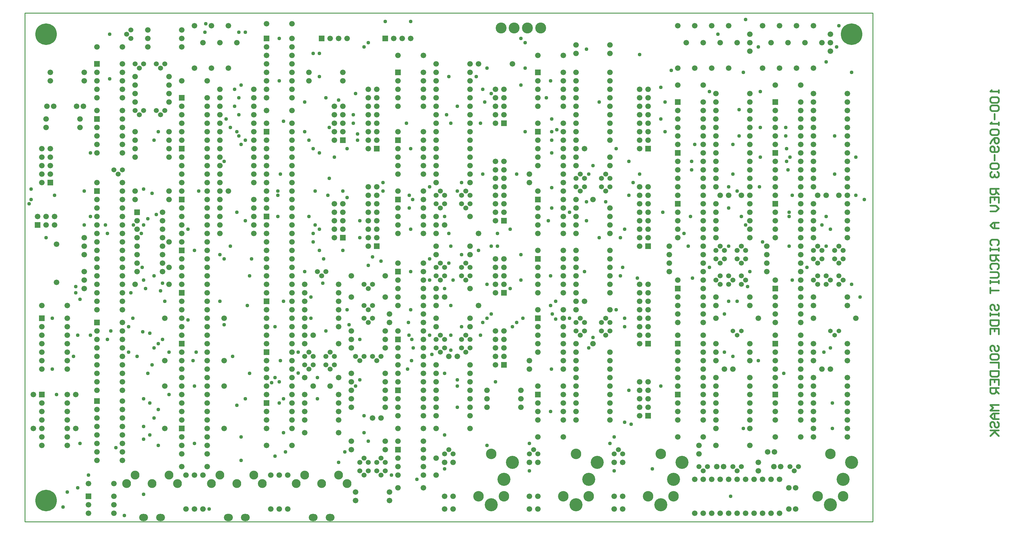
<source format=gbs>
%FSLAX25Y25*%
%MOIN*%
G70*
G01*
G75*
G04 Layer_Color=16711935*
%ADD10R,0.53000X0.43500*%
%ADD11C,0.05000*%
%ADD12C,0.01200*%
%ADD13C,0.02500*%
%ADD14C,0.03000*%
%ADD15C,0.04000*%
%ADD16C,0.04500*%
%ADD17C,0.02000*%
%ADD18C,0.01000*%
%ADD19C,0.25000*%
%ADD20C,0.06200*%
%ADD21R,0.06200X0.06200*%
%ADD22R,0.06200X0.06200*%
%ADD23O,0.10000X0.08000*%
%ADD24C,0.10000*%
%ADD25C,0.05500*%
%ADD26C,0.15000*%
%ADD27C,0.12000*%
%ADD28C,0.12500*%
%ADD29C,0.05000*%
%ADD30C,0.04000*%
%ADD31C,0.00800*%
%ADD32C,0.01500*%
%ADD33R,0.53400X0.43900*%
%ADD34C,0.25400*%
%ADD35C,0.06600*%
%ADD36R,0.06600X0.06600*%
%ADD37R,0.06600X0.06600*%
%ADD38O,0.10400X0.08400*%
%ADD39C,0.10400*%
%ADD40O,0.10600X0.08600*%
%ADD41C,0.05900*%
%ADD42C,0.15400*%
%ADD43C,0.12400*%
%ADD44C,0.12900*%
%ADD45C,0.05400*%
%ADD46C,0.04400*%
D17*
X1147100Y509300D02*
Y505968D01*
Y507634D01*
X1137103D01*
X1138769Y509300D01*
Y500969D02*
X1137103Y499303D01*
Y495971D01*
X1138769Y494305D01*
X1145434D01*
X1147100Y495971D01*
Y499303D01*
X1145434Y500969D01*
X1138769D01*
Y490973D02*
X1137103Y489306D01*
Y485974D01*
X1138769Y484308D01*
X1145434D01*
X1147100Y485974D01*
Y489306D01*
X1145434Y490973D01*
X1138769D01*
X1142102Y480976D02*
Y474311D01*
X1147100Y470979D02*
Y467647D01*
Y469313D01*
X1137103D01*
X1138769Y470979D01*
Y462648D02*
X1137103Y460982D01*
Y457650D01*
X1138769Y455984D01*
X1145434D01*
X1147100Y457650D01*
Y460982D01*
X1145434Y462648D01*
X1138769D01*
X1137103Y445987D02*
X1138769Y449319D01*
X1142102Y452652D01*
X1145434D01*
X1147100Y450985D01*
Y447653D01*
X1145434Y445987D01*
X1143768D01*
X1142102Y447653D01*
Y452652D01*
X1145434Y442655D02*
X1147100Y440989D01*
Y437656D01*
X1145434Y435990D01*
X1138769D01*
X1137103Y437656D01*
Y440989D01*
X1138769Y442655D01*
X1140436D01*
X1142102Y440989D01*
Y435990D01*
Y432658D02*
Y425994D01*
X1138769Y422661D02*
X1137103Y420995D01*
Y417663D01*
X1138769Y415997D01*
X1145434D01*
X1147100Y417663D01*
Y420995D01*
X1145434Y422661D01*
X1138769D01*
Y412665D02*
X1137103Y410998D01*
Y407666D01*
X1138769Y406000D01*
X1140436D01*
X1142102Y407666D01*
Y409332D01*
Y407666D01*
X1143768Y406000D01*
X1145434D01*
X1147100Y407666D01*
Y410998D01*
X1145434Y412665D01*
X1147100Y392671D02*
X1137103D01*
Y387673D01*
X1138769Y386006D01*
X1142102D01*
X1143768Y387673D01*
Y392671D01*
Y389339D02*
X1147100Y386006D01*
X1137103Y376010D02*
Y382674D01*
X1147100D01*
Y376010D01*
X1142102Y382674D02*
Y379342D01*
X1137103Y372677D02*
X1143768D01*
X1147100Y369345D01*
X1143768Y366013D01*
X1137103D01*
X1147100Y352684D02*
X1140436D01*
X1137103Y349352D01*
X1140436Y346019D01*
X1147100D01*
X1142102D01*
Y352684D01*
X1138769Y326026D02*
X1137103Y327692D01*
Y331024D01*
X1138769Y332690D01*
X1145434D01*
X1147100Y331024D01*
Y327692D01*
X1145434Y326026D01*
X1137103Y322694D02*
Y319361D01*
Y321027D01*
X1147100D01*
Y322694D01*
Y319361D01*
Y314363D02*
X1137103D01*
Y309365D01*
X1138769Y307698D01*
X1142102D01*
X1143768Y309365D01*
Y314363D01*
Y311031D02*
X1147100Y307698D01*
X1138769Y297702D02*
X1137103Y299368D01*
Y302700D01*
X1138769Y304366D01*
X1145434D01*
X1147100Y302700D01*
Y299368D01*
X1145434Y297702D01*
X1137103Y294370D02*
X1145434D01*
X1147100Y292703D01*
Y289371D01*
X1145434Y287705D01*
X1137103D01*
Y284373D02*
Y281040D01*
Y282707D01*
X1147100D01*
Y284373D01*
Y281040D01*
X1137103Y276042D02*
Y269377D01*
Y272710D01*
X1147100D01*
X1138769Y249384D02*
X1137103Y251050D01*
Y254382D01*
X1138769Y256048D01*
X1140436D01*
X1142102Y254382D01*
Y251050D01*
X1143768Y249384D01*
X1145434D01*
X1147100Y251050D01*
Y254382D01*
X1145434Y256048D01*
X1137103Y246052D02*
Y242720D01*
Y244386D01*
X1147100D01*
Y246052D01*
Y242720D01*
X1137103Y237721D02*
X1147100D01*
Y232723D01*
X1145434Y231057D01*
X1138769D01*
X1137103Y232723D01*
Y237721D01*
Y221060D02*
Y227724D01*
X1147100D01*
Y221060D01*
X1142102Y227724D02*
Y224392D01*
X1138769Y201066D02*
X1137103Y202732D01*
Y206065D01*
X1138769Y207731D01*
X1140436D01*
X1142102Y206065D01*
Y202732D01*
X1143768Y201066D01*
X1145434D01*
X1147100Y202732D01*
Y206065D01*
X1145434Y207731D01*
X1137103Y192736D02*
Y196068D01*
X1138769Y197734D01*
X1145434D01*
X1147100Y196068D01*
Y192736D01*
X1145434Y191069D01*
X1138769D01*
X1137103Y192736D01*
Y187737D02*
X1147100D01*
Y181073D01*
X1137103Y177741D02*
X1147100D01*
Y172742D01*
X1145434Y171076D01*
X1138769D01*
X1137103Y172742D01*
Y177741D01*
Y161079D02*
Y167744D01*
X1147100D01*
Y161079D01*
X1142102Y167744D02*
Y164411D01*
X1147100Y157747D02*
X1137103D01*
Y152749D01*
X1138769Y151082D01*
X1142102D01*
X1143768Y152749D01*
Y157747D01*
Y154415D02*
X1147100Y151082D01*
Y137753D02*
X1137103D01*
X1140436Y134421D01*
X1137103Y131089D01*
X1147100D01*
Y127757D02*
X1140436D01*
X1137103Y124424D01*
X1140436Y121092D01*
X1147100D01*
X1142102D01*
Y127757D01*
X1138769Y111095D02*
X1137103Y112761D01*
Y116094D01*
X1138769Y117760D01*
X1140436D01*
X1142102Y116094D01*
Y112761D01*
X1143768Y111095D01*
X1145434D01*
X1147100Y112761D01*
Y116094D01*
X1145434Y117760D01*
X1137103Y107763D02*
X1147100D01*
X1143768D01*
X1137103Y101099D01*
X1142102Y106097D01*
X1147100Y101099D01*
D18*
X-1500Y0D02*
Y600000D01*
X998500Y0D02*
Y600000D01*
X-1500Y0D02*
X998500D01*
X-1500Y600000D02*
X998500D01*
D34*
X23500Y25000D02*
D03*
Y575000D02*
D03*
X973500D02*
D03*
D35*
X378500Y570000D02*
D03*
X368500D02*
D03*
X358500D02*
D03*
X73500Y20000D02*
D03*
X103500Y30000D02*
D03*
Y20000D02*
D03*
Y10000D02*
D03*
X73500D02*
D03*
X103500Y45000D02*
D03*
X73500D02*
D03*
X113500Y142500D02*
D03*
Y132500D02*
D03*
Y122500D02*
D03*
Y112500D02*
D03*
Y102500D02*
D03*
Y92500D02*
D03*
Y82500D02*
D03*
Y72500D02*
D03*
X83500D02*
D03*
Y82500D02*
D03*
Y92500D02*
D03*
Y102500D02*
D03*
Y112500D02*
D03*
Y122500D02*
D03*
Y132500D02*
D03*
X58500Y110000D02*
D03*
Y150000D02*
D03*
X8500D02*
D03*
Y110000D02*
D03*
X18500Y130000D02*
D03*
X48500Y150000D02*
D03*
Y140000D02*
D03*
Y130000D02*
D03*
Y120000D02*
D03*
Y110000D02*
D03*
Y100000D02*
D03*
Y90000D02*
D03*
X18500D02*
D03*
Y100000D02*
D03*
Y110000D02*
D03*
Y120000D02*
D03*
Y140000D02*
D03*
X33500Y360000D02*
D03*
X23500D02*
D03*
X13500D02*
D03*
X23500Y350000D02*
D03*
X33500D02*
D03*
X48500Y255000D02*
D03*
X18500D02*
D03*
X113500Y235000D02*
D03*
Y225000D02*
D03*
Y215000D02*
D03*
Y205000D02*
D03*
Y195000D02*
D03*
Y185000D02*
D03*
Y175000D02*
D03*
Y165000D02*
D03*
X83500D02*
D03*
Y175000D02*
D03*
Y185000D02*
D03*
Y195000D02*
D03*
Y205000D02*
D03*
Y215000D02*
D03*
Y225000D02*
D03*
X18500Y220000D02*
D03*
X48500Y240000D02*
D03*
Y230000D02*
D03*
Y220000D02*
D03*
Y210000D02*
D03*
Y200000D02*
D03*
Y190000D02*
D03*
Y180000D02*
D03*
X18500D02*
D03*
Y190000D02*
D03*
Y200000D02*
D03*
Y210000D02*
D03*
Y230000D02*
D03*
X68500Y285000D02*
D03*
Y275000D02*
D03*
Y325000D02*
D03*
Y335000D02*
D03*
X36000Y327500D02*
D03*
Y282500D02*
D03*
X68500Y315000D02*
D03*
Y295000D02*
D03*
X59563Y490000D02*
D03*
X67437D02*
D03*
X113500Y260000D02*
D03*
Y270000D02*
D03*
Y280000D02*
D03*
Y290000D02*
D03*
Y300000D02*
D03*
Y310000D02*
D03*
Y320000D02*
D03*
Y330000D02*
D03*
Y340000D02*
D03*
Y350000D02*
D03*
Y360000D02*
D03*
Y370000D02*
D03*
Y380000D02*
D03*
Y390000D02*
D03*
X83500Y260000D02*
D03*
Y270000D02*
D03*
Y280000D02*
D03*
Y290000D02*
D03*
Y300000D02*
D03*
Y310000D02*
D03*
Y320000D02*
D03*
Y330000D02*
D03*
Y340000D02*
D03*
Y350000D02*
D03*
Y360000D02*
D03*
Y370000D02*
D03*
Y380000D02*
D03*
Y500000D02*
D03*
X113500D02*
D03*
X83500Y465000D02*
D03*
X113500Y475000D02*
D03*
Y465000D02*
D03*
Y455000D02*
D03*
Y445000D02*
D03*
X83500D02*
D03*
Y455000D02*
D03*
Y435000D02*
D03*
X113500D02*
D03*
X63500Y475000D02*
D03*
X23500D02*
D03*
X63500Y465000D02*
D03*
X23500D02*
D03*
X28500Y520000D02*
D03*
X68500D02*
D03*
X18500Y400000D02*
D03*
X28500Y410000D02*
D03*
X18500D02*
D03*
X28500Y420000D02*
D03*
X18500D02*
D03*
X28500Y430000D02*
D03*
X18500D02*
D03*
X28500Y440000D02*
D03*
X18500D02*
D03*
X32437Y490000D02*
D03*
X24563D02*
D03*
X83500Y530000D02*
D03*
X113500Y540000D02*
D03*
Y530000D02*
D03*
Y520000D02*
D03*
Y510000D02*
D03*
X83500D02*
D03*
Y520000D02*
D03*
X28500Y530000D02*
D03*
X68500D02*
D03*
X208500Y15000D02*
D03*
Y55000D02*
D03*
X188500D02*
D03*
Y15000D02*
D03*
X198500D02*
D03*
Y55000D02*
D03*
X163500Y110000D02*
D03*
Y160000D02*
D03*
X113500Y155000D02*
D03*
X83500D02*
D03*
X213500Y210000D02*
D03*
Y200000D02*
D03*
Y190000D02*
D03*
Y180000D02*
D03*
Y170000D02*
D03*
Y160000D02*
D03*
Y150000D02*
D03*
Y140000D02*
D03*
X183500D02*
D03*
Y150000D02*
D03*
Y160000D02*
D03*
Y170000D02*
D03*
Y180000D02*
D03*
Y190000D02*
D03*
Y200000D02*
D03*
Y130000D02*
D03*
X213500D02*
D03*
Y120000D02*
D03*
X183500D02*
D03*
Y100000D02*
D03*
X213500Y110000D02*
D03*
Y100000D02*
D03*
Y90000D02*
D03*
Y80000D02*
D03*
X183500D02*
D03*
Y90000D02*
D03*
Y65000D02*
D03*
X213500D02*
D03*
X233500Y110000D02*
D03*
Y160000D02*
D03*
X163500Y240000D02*
D03*
Y190000D02*
D03*
X233500Y240000D02*
D03*
Y190000D02*
D03*
X161000Y365000D02*
D03*
Y355000D02*
D03*
Y345000D02*
D03*
Y335000D02*
D03*
Y325000D02*
D03*
Y315000D02*
D03*
Y305000D02*
D03*
Y295000D02*
D03*
X131000D02*
D03*
Y305000D02*
D03*
Y315000D02*
D03*
Y325000D02*
D03*
Y335000D02*
D03*
Y345000D02*
D03*
Y355000D02*
D03*
X168500Y280000D02*
D03*
X128500D02*
D03*
X183500Y340000D02*
D03*
X213500D02*
D03*
X183500Y330000D02*
D03*
X213500D02*
D03*
X183500Y310000D02*
D03*
X213500Y320000D02*
D03*
Y310000D02*
D03*
Y300000D02*
D03*
Y290000D02*
D03*
X183500D02*
D03*
Y300000D02*
D03*
X228500Y350000D02*
D03*
X268500D02*
D03*
X228500Y360000D02*
D03*
X268500D02*
D03*
X183500Y260000D02*
D03*
X213500Y270000D02*
D03*
Y260000D02*
D03*
Y250000D02*
D03*
Y240000D02*
D03*
X183500D02*
D03*
Y250000D02*
D03*
Y230000D02*
D03*
X213500D02*
D03*
Y280000D02*
D03*
X183500D02*
D03*
X213500Y220000D02*
D03*
X183500D02*
D03*
X113500Y250000D02*
D03*
X83500D02*
D03*
X168500Y390000D02*
D03*
X128500D02*
D03*
Y430000D02*
D03*
X168500D02*
D03*
Y440000D02*
D03*
X128500D02*
D03*
X168500Y450000D02*
D03*
X128500D02*
D03*
Y460000D02*
D03*
X168500D02*
D03*
Y495000D02*
D03*
X128500D02*
D03*
Y505000D02*
D03*
X168500D02*
D03*
Y515000D02*
D03*
X128500D02*
D03*
X213500Y520000D02*
D03*
X183500D02*
D03*
Y490000D02*
D03*
X213500Y500000D02*
D03*
Y490000D02*
D03*
Y480000D02*
D03*
Y470000D02*
D03*
X183500D02*
D03*
Y480000D02*
D03*
Y460000D02*
D03*
X213500D02*
D03*
Y450000D02*
D03*
X183500D02*
D03*
Y430000D02*
D03*
X213500Y440000D02*
D03*
Y430000D02*
D03*
Y420000D02*
D03*
Y410000D02*
D03*
X183500D02*
D03*
Y420000D02*
D03*
Y400000D02*
D03*
X213500D02*
D03*
X228500Y430000D02*
D03*
X268500D02*
D03*
X228500Y400000D02*
D03*
X268500D02*
D03*
X228500Y480000D02*
D03*
X268500D02*
D03*
X183500Y370000D02*
D03*
X213500Y380000D02*
D03*
Y370000D02*
D03*
Y360000D02*
D03*
Y350000D02*
D03*
X183500D02*
D03*
Y360000D02*
D03*
X228500Y390000D02*
D03*
X238500D02*
D03*
X113500Y485000D02*
D03*
X83500D02*
D03*
X113500Y400000D02*
D03*
X83500D02*
D03*
X128500Y380000D02*
D03*
X168500D02*
D03*
X213500Y390000D02*
D03*
X183500D02*
D03*
X128500Y525000D02*
D03*
X168500D02*
D03*
X143500Y580000D02*
D03*
X183500D02*
D03*
X143500Y570000D02*
D03*
X183500D02*
D03*
X143500Y560000D02*
D03*
X183500D02*
D03*
X248500Y565000D02*
D03*
X238500Y535000D02*
D03*
Y585000D02*
D03*
X228500Y565000D02*
D03*
X218500Y535000D02*
D03*
Y585000D02*
D03*
X208500Y565000D02*
D03*
X198500Y535000D02*
D03*
Y585000D02*
D03*
X113500Y560000D02*
D03*
X83500D02*
D03*
X388500Y35000D02*
D03*
X428500D02*
D03*
X388500Y25000D02*
D03*
X428500D02*
D03*
X288500Y55000D02*
D03*
Y15000D02*
D03*
X308500D02*
D03*
Y55000D02*
D03*
X298500D02*
D03*
Y15000D02*
D03*
X328500Y105000D02*
D03*
X368500D02*
D03*
Y120000D02*
D03*
X328500D02*
D03*
X383500Y95000D02*
D03*
X423500D02*
D03*
X383500Y165000D02*
D03*
X423500D02*
D03*
X383500Y135000D02*
D03*
X423500D02*
D03*
X383500Y145000D02*
D03*
X423500D02*
D03*
X283500Y150000D02*
D03*
X313500D02*
D03*
Y90000D02*
D03*
X283500D02*
D03*
X313500Y160000D02*
D03*
X283500D02*
D03*
Y130000D02*
D03*
X313500Y140000D02*
D03*
Y130000D02*
D03*
Y120000D02*
D03*
Y110000D02*
D03*
X283500D02*
D03*
Y120000D02*
D03*
Y190000D02*
D03*
X313500Y200000D02*
D03*
Y190000D02*
D03*
Y180000D02*
D03*
Y170000D02*
D03*
X283500D02*
D03*
Y180000D02*
D03*
X368500Y150000D02*
D03*
X328500D02*
D03*
X338500Y160000D02*
D03*
X358500D02*
D03*
X328500Y170000D02*
D03*
X368500D02*
D03*
X328500Y210000D02*
D03*
X368500D02*
D03*
X383500Y205000D02*
D03*
X423500D02*
D03*
X368500Y140000D02*
D03*
X328500D02*
D03*
Y130000D02*
D03*
X368500D02*
D03*
X408500Y122500D02*
D03*
X418500D02*
D03*
X283500Y210000D02*
D03*
X313500D02*
D03*
X328500Y270000D02*
D03*
X368500D02*
D03*
Y260000D02*
D03*
X328500D02*
D03*
Y250000D02*
D03*
X368500D02*
D03*
Y240000D02*
D03*
X328500D02*
D03*
Y230000D02*
D03*
X368500D02*
D03*
X283500Y270000D02*
D03*
X313500D02*
D03*
Y220000D02*
D03*
X283500D02*
D03*
Y250000D02*
D03*
X313500Y260000D02*
D03*
Y250000D02*
D03*
Y240000D02*
D03*
Y230000D02*
D03*
X283500D02*
D03*
Y240000D02*
D03*
Y280000D02*
D03*
X313500D02*
D03*
Y360000D02*
D03*
Y350000D02*
D03*
Y340000D02*
D03*
Y330000D02*
D03*
Y320000D02*
D03*
Y310000D02*
D03*
Y300000D02*
D03*
Y290000D02*
D03*
X283500D02*
D03*
Y300000D02*
D03*
Y310000D02*
D03*
Y320000D02*
D03*
Y330000D02*
D03*
Y340000D02*
D03*
Y350000D02*
D03*
X363500Y335000D02*
D03*
X373500Y345000D02*
D03*
X363500D02*
D03*
X373500Y355000D02*
D03*
X363500D02*
D03*
X373500Y365000D02*
D03*
X363500D02*
D03*
X373500Y375000D02*
D03*
X363500D02*
D03*
X403500Y325000D02*
D03*
X413500Y335000D02*
D03*
X403500D02*
D03*
X413500Y345000D02*
D03*
X403500D02*
D03*
X413500Y355000D02*
D03*
X403500D02*
D03*
X413500Y365000D02*
D03*
X403500D02*
D03*
X413500Y375000D02*
D03*
X403500D02*
D03*
X413500Y385000D02*
D03*
X403500D02*
D03*
X413500Y395000D02*
D03*
X403500D02*
D03*
X338500Y220000D02*
D03*
X328500D02*
D03*
X383500Y290000D02*
D03*
X423500D02*
D03*
X383500Y265000D02*
D03*
X423500D02*
D03*
X383500Y225000D02*
D03*
X423500D02*
D03*
X328500Y280000D02*
D03*
X368500D02*
D03*
X383500Y215000D02*
D03*
X423500D02*
D03*
X268500Y340000D02*
D03*
X228500D02*
D03*
X373500Y520000D02*
D03*
X333500D02*
D03*
X313500Y370000D02*
D03*
X283500D02*
D03*
X313500Y470000D02*
D03*
X283500D02*
D03*
Y380000D02*
D03*
X313500D02*
D03*
Y460000D02*
D03*
Y450000D02*
D03*
Y440000D02*
D03*
Y430000D02*
D03*
Y420000D02*
D03*
Y410000D02*
D03*
Y400000D02*
D03*
Y390000D02*
D03*
X283500D02*
D03*
Y400000D02*
D03*
Y410000D02*
D03*
Y420000D02*
D03*
Y430000D02*
D03*
Y440000D02*
D03*
Y450000D02*
D03*
X363500D02*
D03*
X373500Y460000D02*
D03*
X363500D02*
D03*
X373500Y470000D02*
D03*
X363500D02*
D03*
X373500Y480000D02*
D03*
X363500D02*
D03*
X373500Y490000D02*
D03*
X363500D02*
D03*
X403500Y440000D02*
D03*
X413500Y450000D02*
D03*
X403500D02*
D03*
X413500Y460000D02*
D03*
X403500D02*
D03*
X413500Y470000D02*
D03*
X403500D02*
D03*
X413500Y480000D02*
D03*
X403500D02*
D03*
X413500Y490000D02*
D03*
X403500D02*
D03*
X413500Y500000D02*
D03*
X403500D02*
D03*
X413500Y510000D02*
D03*
X403500D02*
D03*
X283500Y485000D02*
D03*
X313500D02*
D03*
X268500Y440000D02*
D03*
X228500D02*
D03*
X268500Y450000D02*
D03*
X228500D02*
D03*
X268500Y410000D02*
D03*
X228500D02*
D03*
X268500Y420000D02*
D03*
X228500D02*
D03*
X268500Y500000D02*
D03*
X228500D02*
D03*
X268500Y510000D02*
D03*
X228500D02*
D03*
X268500Y490000D02*
D03*
X228500D02*
D03*
X268500Y470000D02*
D03*
X228500D02*
D03*
X268500Y460000D02*
D03*
X228500D02*
D03*
X268500Y370000D02*
D03*
X228500D02*
D03*
X268500Y380000D02*
D03*
X228500D02*
D03*
X313500Y587500D02*
D03*
X283500D02*
D03*
X373500Y530000D02*
D03*
X333500D02*
D03*
X313500Y570000D02*
D03*
Y560000D02*
D03*
Y550000D02*
D03*
Y540000D02*
D03*
Y530000D02*
D03*
Y520000D02*
D03*
Y510000D02*
D03*
Y500000D02*
D03*
X283500D02*
D03*
Y510000D02*
D03*
Y520000D02*
D03*
Y530000D02*
D03*
Y540000D02*
D03*
Y550000D02*
D03*
Y560000D02*
D03*
X468500Y40000D02*
D03*
X438500D02*
D03*
X493500Y15000D02*
D03*
X503500D02*
D03*
X493500Y30000D02*
D03*
Y70000D02*
D03*
X483500Y175000D02*
D03*
X523500D02*
D03*
Y185000D02*
D03*
X483500D02*
D03*
X508500Y195000D02*
D03*
X498500D02*
D03*
X483500Y110000D02*
D03*
X523500D02*
D03*
X543500Y135000D02*
D03*
X583500D02*
D03*
X543500Y145000D02*
D03*
X583500D02*
D03*
X423500Y85000D02*
D03*
X383500D02*
D03*
X423500Y175000D02*
D03*
X383500D02*
D03*
X423500Y155000D02*
D03*
X383500D02*
D03*
X523500D02*
D03*
X483500D02*
D03*
Y145000D02*
D03*
X523500D02*
D03*
Y125000D02*
D03*
X483500D02*
D03*
X523500Y135000D02*
D03*
X483500D02*
D03*
X438500Y95000D02*
D03*
X468500D02*
D03*
X438500Y75000D02*
D03*
X468500Y85000D02*
D03*
Y75000D02*
D03*
Y65000D02*
D03*
Y55000D02*
D03*
X438500D02*
D03*
Y65000D02*
D03*
Y145000D02*
D03*
X468500Y155000D02*
D03*
Y145000D02*
D03*
Y135000D02*
D03*
Y125000D02*
D03*
X438500D02*
D03*
Y135000D02*
D03*
X468500Y165000D02*
D03*
X438500D02*
D03*
Y110000D02*
D03*
X468500D02*
D03*
X523500Y165000D02*
D03*
X483500D02*
D03*
X438500Y175000D02*
D03*
X468500D02*
D03*
X553500Y185000D02*
D03*
X563500Y195000D02*
D03*
X553500D02*
D03*
X563500Y205000D02*
D03*
X553500D02*
D03*
X563500Y215000D02*
D03*
X553500D02*
D03*
X563500Y225000D02*
D03*
X553500D02*
D03*
X483500Y75000D02*
D03*
Y55000D02*
D03*
X503500Y70000D02*
D03*
Y30000D02*
D03*
X543500Y155000D02*
D03*
X583500D02*
D03*
X468500Y245000D02*
D03*
X428500D02*
D03*
X468500Y235000D02*
D03*
X428500D02*
D03*
X468500Y225000D02*
D03*
X438500D02*
D03*
X483500Y230000D02*
D03*
X523500D02*
D03*
X483500Y340000D02*
D03*
X533500D02*
D03*
X523500Y240000D02*
D03*
X483500D02*
D03*
Y275000D02*
D03*
X523500D02*
D03*
X483500Y315000D02*
D03*
X523500D02*
D03*
X468500Y305000D02*
D03*
X438500D02*
D03*
Y285000D02*
D03*
X468500Y295000D02*
D03*
Y285000D02*
D03*
Y275000D02*
D03*
Y265000D02*
D03*
X438500D02*
D03*
Y275000D02*
D03*
Y255000D02*
D03*
X468500D02*
D03*
X523500Y325000D02*
D03*
X483500D02*
D03*
Y350000D02*
D03*
X493500D02*
D03*
X483500Y360000D02*
D03*
X523500D02*
D03*
X438500Y205000D02*
D03*
X468500Y215000D02*
D03*
Y205000D02*
D03*
Y195000D02*
D03*
Y185000D02*
D03*
X438500D02*
D03*
Y195000D02*
D03*
X553500Y270000D02*
D03*
X563500Y280000D02*
D03*
X553500D02*
D03*
X563500Y290000D02*
D03*
X553500D02*
D03*
X563500Y300000D02*
D03*
X553500D02*
D03*
X563500Y310000D02*
D03*
X553500D02*
D03*
X438500Y340000D02*
D03*
X468500D02*
D03*
X553500Y355000D02*
D03*
X563500Y365000D02*
D03*
X553500D02*
D03*
X563500Y375000D02*
D03*
X553500D02*
D03*
X563500Y385000D02*
D03*
X553500D02*
D03*
X563500Y395000D02*
D03*
X553500D02*
D03*
X563500Y405000D02*
D03*
X553500D02*
D03*
X563500Y415000D02*
D03*
X553500D02*
D03*
X563500Y425000D02*
D03*
X553500D02*
D03*
X483500Y255000D02*
D03*
X533500D02*
D03*
X493500Y265000D02*
D03*
X483500D02*
D03*
Y490000D02*
D03*
X523500D02*
D03*
Y500000D02*
D03*
X483500D02*
D03*
Y400000D02*
D03*
X523500D02*
D03*
X468500Y390000D02*
D03*
X438500D02*
D03*
Y370000D02*
D03*
X468500Y380000D02*
D03*
Y370000D02*
D03*
Y360000D02*
D03*
Y350000D02*
D03*
X438500D02*
D03*
Y360000D02*
D03*
X523500Y480000D02*
D03*
X483500D02*
D03*
X523500Y470000D02*
D03*
X483500D02*
D03*
X523500Y460000D02*
D03*
X483500D02*
D03*
X523500Y450000D02*
D03*
X483500D02*
D03*
Y410000D02*
D03*
X523500D02*
D03*
X483500Y420000D02*
D03*
X523500D02*
D03*
Y440000D02*
D03*
X483500D02*
D03*
X523500Y430000D02*
D03*
X483500D02*
D03*
X468500Y460000D02*
D03*
X438500D02*
D03*
Y440000D02*
D03*
X468500Y450000D02*
D03*
Y440000D02*
D03*
Y430000D02*
D03*
Y420000D02*
D03*
X438500D02*
D03*
Y430000D02*
D03*
Y410000D02*
D03*
X468500D02*
D03*
X553500Y470000D02*
D03*
X563500Y480000D02*
D03*
X553500D02*
D03*
X563500Y490000D02*
D03*
X553500D02*
D03*
X563500Y500000D02*
D03*
X553500D02*
D03*
X563500Y510000D02*
D03*
X553500D02*
D03*
X438500Y490000D02*
D03*
X468500D02*
D03*
X523500Y520000D02*
D03*
X483500D02*
D03*
X523500Y510000D02*
D03*
X483500D02*
D03*
X453500Y570000D02*
D03*
X443500D02*
D03*
X433500D02*
D03*
X438500Y520000D02*
D03*
X468500Y530000D02*
D03*
Y520000D02*
D03*
Y510000D02*
D03*
Y500000D02*
D03*
X438500D02*
D03*
Y510000D02*
D03*
X468500Y550000D02*
D03*
X438500D02*
D03*
X523500Y530000D02*
D03*
X483500D02*
D03*
X523500Y540000D02*
D03*
X483500D02*
D03*
X593500Y15000D02*
D03*
X603500D02*
D03*
X593500Y30000D02*
D03*
Y70000D02*
D03*
X693500Y30000D02*
D03*
Y70000D02*
D03*
Y15000D02*
D03*
X703500D02*
D03*
X648500Y160000D02*
D03*
X688500D02*
D03*
X593500Y180000D02*
D03*
X633500D02*
D03*
Y190000D02*
D03*
X593500D02*
D03*
X688500D02*
D03*
X648500D02*
D03*
X688500Y180000D02*
D03*
X648500D02*
D03*
X688500Y150000D02*
D03*
X648500D02*
D03*
X603500Y140000D02*
D03*
X633500Y150000D02*
D03*
Y140000D02*
D03*
Y130000D02*
D03*
Y120000D02*
D03*
X603500D02*
D03*
Y130000D02*
D03*
Y100000D02*
D03*
X633500D02*
D03*
Y160000D02*
D03*
X603500D02*
D03*
X648500Y210000D02*
D03*
X668500D02*
D03*
X688500Y200000D02*
D03*
X648500D02*
D03*
X603500D02*
D03*
X633500D02*
D03*
X603500Y70000D02*
D03*
Y30000D02*
D03*
X703500Y70000D02*
D03*
Y30000D02*
D03*
X688500Y120000D02*
D03*
X648500D02*
D03*
X688500Y130000D02*
D03*
X648500D02*
D03*
X688500Y140000D02*
D03*
X648500D02*
D03*
Y170000D02*
D03*
X688500D02*
D03*
X603500Y300000D02*
D03*
X633500Y310000D02*
D03*
Y300000D02*
D03*
Y290000D02*
D03*
Y280000D02*
D03*
X603500D02*
D03*
Y290000D02*
D03*
X688500Y360000D02*
D03*
X648500D02*
D03*
X688500Y340000D02*
D03*
X648500D02*
D03*
X688500Y350000D02*
D03*
X648500D02*
D03*
X603500Y340000D02*
D03*
X633500D02*
D03*
X648500Y300000D02*
D03*
X688500D02*
D03*
Y290000D02*
D03*
X648500D02*
D03*
X688500Y280000D02*
D03*
X648500D02*
D03*
X688500Y310000D02*
D03*
X648500D02*
D03*
Y270000D02*
D03*
X688500D02*
D03*
X648500Y260000D02*
D03*
X658500D02*
D03*
X648500Y250000D02*
D03*
X688500D02*
D03*
X648500Y320000D02*
D03*
X688500D02*
D03*
X603500Y270000D02*
D03*
X633500D02*
D03*
Y250000D02*
D03*
X603500D02*
D03*
Y230000D02*
D03*
X633500Y240000D02*
D03*
Y230000D02*
D03*
Y220000D02*
D03*
Y210000D02*
D03*
X603500D02*
D03*
Y220000D02*
D03*
X633500Y320000D02*
D03*
X603500D02*
D03*
X688500Y370000D02*
D03*
X648500D02*
D03*
X668500Y380000D02*
D03*
X648500D02*
D03*
Y420000D02*
D03*
X688500D02*
D03*
X648500Y440000D02*
D03*
X658500D02*
D03*
X648500Y430000D02*
D03*
X688500D02*
D03*
Y450000D02*
D03*
X648500D02*
D03*
X688500Y460000D02*
D03*
X648500D02*
D03*
X688500Y470000D02*
D03*
X648500D02*
D03*
X593500Y410000D02*
D03*
X633500D02*
D03*
X603500Y420000D02*
D03*
X633500D02*
D03*
X603500Y450000D02*
D03*
X633500Y460000D02*
D03*
Y450000D02*
D03*
Y440000D02*
D03*
Y430000D02*
D03*
X603500D02*
D03*
Y440000D02*
D03*
X633500Y470000D02*
D03*
X603500D02*
D03*
X593500Y400000D02*
D03*
X633500D02*
D03*
Y390000D02*
D03*
X603500D02*
D03*
Y370000D02*
D03*
X633500Y380000D02*
D03*
Y370000D02*
D03*
Y360000D02*
D03*
Y350000D02*
D03*
X603500D02*
D03*
Y360000D02*
D03*
X688500Y480000D02*
D03*
X648500D02*
D03*
X603500Y490000D02*
D03*
X633500D02*
D03*
X688500Y520000D02*
D03*
X648500D02*
D03*
X688500Y510000D02*
D03*
X648500D02*
D03*
X688500Y500000D02*
D03*
X648500D02*
D03*
X688500Y490000D02*
D03*
X648500D02*
D03*
X573500Y540000D02*
D03*
X533500D02*
D03*
X688500Y552500D02*
D03*
X648500D02*
D03*
X688500Y562500D02*
D03*
X648500D02*
D03*
X633500Y550000D02*
D03*
X603500D02*
D03*
Y520000D02*
D03*
X633500Y530000D02*
D03*
Y520000D02*
D03*
Y510000D02*
D03*
Y500000D02*
D03*
X603500D02*
D03*
Y510000D02*
D03*
X648500Y530000D02*
D03*
X688500D02*
D03*
X838500Y50000D02*
D03*
Y10000D02*
D03*
X858500D02*
D03*
Y50000D02*
D03*
X828500Y10000D02*
D03*
Y50000D02*
D03*
X808500Y10000D02*
D03*
Y50000D02*
D03*
X798500Y10000D02*
D03*
Y50000D02*
D03*
X788500Y10000D02*
D03*
Y50000D02*
D03*
X848500D02*
D03*
Y10000D02*
D03*
X868500Y50000D02*
D03*
Y10000D02*
D03*
X878500Y50000D02*
D03*
Y10000D02*
D03*
X818500Y50000D02*
D03*
Y10000D02*
D03*
X793500Y90000D02*
D03*
Y80000D02*
D03*
X723500Y210000D02*
D03*
X733500Y220000D02*
D03*
X723500D02*
D03*
X733500Y230000D02*
D03*
X723500D02*
D03*
X733500Y240000D02*
D03*
X723500D02*
D03*
X733500Y250000D02*
D03*
X723500D02*
D03*
X733500Y260000D02*
D03*
X723500D02*
D03*
X733500Y270000D02*
D03*
X723500D02*
D03*
X733500Y280000D02*
D03*
X723500D02*
D03*
Y125000D02*
D03*
X733500Y135000D02*
D03*
X723500D02*
D03*
X733500Y145000D02*
D03*
X723500D02*
D03*
X733500Y155000D02*
D03*
X723500D02*
D03*
X733500Y165000D02*
D03*
X723500D02*
D03*
X853500Y210000D02*
D03*
X813500D02*
D03*
X853500Y200000D02*
D03*
X813500D02*
D03*
X853500Y190000D02*
D03*
X813500D02*
D03*
X768500Y100000D02*
D03*
X798500D02*
D03*
X822437Y65000D02*
D03*
X814563D02*
D03*
X768500Y200000D02*
D03*
X798500Y210000D02*
D03*
Y200000D02*
D03*
Y190000D02*
D03*
Y180000D02*
D03*
X768500D02*
D03*
Y190000D02*
D03*
Y170000D02*
D03*
X798500D02*
D03*
Y160000D02*
D03*
X768500D02*
D03*
X853500Y170000D02*
D03*
X813500D02*
D03*
X853500Y160000D02*
D03*
X813500D02*
D03*
Y150000D02*
D03*
X853500D02*
D03*
X813500Y140000D02*
D03*
X853500D02*
D03*
Y130000D02*
D03*
X813500D02*
D03*
X853500Y120000D02*
D03*
X813500D02*
D03*
Y110000D02*
D03*
X853500D02*
D03*
X768500Y140000D02*
D03*
X798500Y150000D02*
D03*
Y140000D02*
D03*
Y130000D02*
D03*
Y120000D02*
D03*
X768500D02*
D03*
Y130000D02*
D03*
X883500Y100000D02*
D03*
X913500D02*
D03*
X883500Y140000D02*
D03*
X913500Y150000D02*
D03*
Y140000D02*
D03*
Y130000D02*
D03*
Y120000D02*
D03*
X883500D02*
D03*
Y130000D02*
D03*
Y170000D02*
D03*
X913500D02*
D03*
X883500Y200000D02*
D03*
X913500Y210000D02*
D03*
Y200000D02*
D03*
Y190000D02*
D03*
Y180000D02*
D03*
X883500D02*
D03*
Y190000D02*
D03*
X863500Y70000D02*
D03*
Y60000D02*
D03*
X823500Y180000D02*
D03*
X833500D02*
D03*
X882437Y82500D02*
D03*
X874563D02*
D03*
X813500Y90000D02*
D03*
X853500D02*
D03*
Y255000D02*
D03*
X813500D02*
D03*
X863500Y240000D02*
D03*
X813500D02*
D03*
X758500Y325000D02*
D03*
X798500D02*
D03*
Y315000D02*
D03*
X758500D02*
D03*
X873500Y325000D02*
D03*
X913500D02*
D03*
X798500Y295000D02*
D03*
X758500D02*
D03*
X798500Y305000D02*
D03*
X758500D02*
D03*
X813500Y335000D02*
D03*
X853500D02*
D03*
X813500Y265000D02*
D03*
X853500D02*
D03*
X798500Y285000D02*
D03*
X768500D02*
D03*
Y265000D02*
D03*
X798500Y275000D02*
D03*
Y265000D02*
D03*
Y255000D02*
D03*
Y245000D02*
D03*
X768500D02*
D03*
Y255000D02*
D03*
Y235000D02*
D03*
X798500D02*
D03*
Y220000D02*
D03*
X768500D02*
D03*
Y335000D02*
D03*
X798500D02*
D03*
X883500Y265000D02*
D03*
X913500Y275000D02*
D03*
Y265000D02*
D03*
Y255000D02*
D03*
Y245000D02*
D03*
X883500D02*
D03*
Y255000D02*
D03*
Y235000D02*
D03*
X913500D02*
D03*
X853500Y365000D02*
D03*
X813500D02*
D03*
X853500Y355000D02*
D03*
X813500D02*
D03*
X853500Y345000D02*
D03*
X813500D02*
D03*
X883500Y335000D02*
D03*
X913500D02*
D03*
X723500Y325000D02*
D03*
X733500Y335000D02*
D03*
X723500D02*
D03*
X733500Y345000D02*
D03*
X723500D02*
D03*
X733500Y355000D02*
D03*
X723500D02*
D03*
X733500Y365000D02*
D03*
X723500D02*
D03*
X733500Y375000D02*
D03*
X723500D02*
D03*
X733500Y385000D02*
D03*
X723500D02*
D03*
X733500Y395000D02*
D03*
X723500D02*
D03*
X883500Y455000D02*
D03*
X913500D02*
D03*
X853500Y395000D02*
D03*
X813500D02*
D03*
X843500Y385000D02*
D03*
X853500D02*
D03*
X813500Y405000D02*
D03*
X853500D02*
D03*
Y415000D02*
D03*
X813500D02*
D03*
Y425000D02*
D03*
X853500D02*
D03*
Y435000D02*
D03*
X813500D02*
D03*
X853500Y445000D02*
D03*
X813500D02*
D03*
X853500Y455000D02*
D03*
X813500D02*
D03*
X853500Y475000D02*
D03*
X813500D02*
D03*
X853500Y485000D02*
D03*
X813500D02*
D03*
X853500Y495000D02*
D03*
X813500D02*
D03*
X853500Y505000D02*
D03*
X813500D02*
D03*
X768500Y365000D02*
D03*
X798500Y375000D02*
D03*
Y365000D02*
D03*
Y355000D02*
D03*
Y345000D02*
D03*
X768500D02*
D03*
Y355000D02*
D03*
X798500Y385000D02*
D03*
X768500D02*
D03*
Y395000D02*
D03*
X798500D02*
D03*
X768500Y425000D02*
D03*
X798500Y435000D02*
D03*
Y425000D02*
D03*
Y415000D02*
D03*
Y405000D02*
D03*
X768500D02*
D03*
Y415000D02*
D03*
X798500Y445000D02*
D03*
X768500D02*
D03*
Y455000D02*
D03*
X798500D02*
D03*
X768500Y485000D02*
D03*
X798500Y495000D02*
D03*
Y485000D02*
D03*
Y475000D02*
D03*
Y465000D02*
D03*
X768500D02*
D03*
Y475000D02*
D03*
X798500Y515000D02*
D03*
X768500D02*
D03*
X853500Y375000D02*
D03*
X813500D02*
D03*
X883500Y485000D02*
D03*
X913500Y495000D02*
D03*
Y485000D02*
D03*
Y475000D02*
D03*
Y465000D02*
D03*
X883500D02*
D03*
Y475000D02*
D03*
Y425000D02*
D03*
X913500Y435000D02*
D03*
Y425000D02*
D03*
Y415000D02*
D03*
Y405000D02*
D03*
X883500D02*
D03*
Y415000D02*
D03*
Y395000D02*
D03*
X913500D02*
D03*
X883500Y365000D02*
D03*
X913500Y375000D02*
D03*
Y365000D02*
D03*
Y355000D02*
D03*
Y345000D02*
D03*
X883500D02*
D03*
Y355000D02*
D03*
X723500Y440000D02*
D03*
X733500Y450000D02*
D03*
X723500D02*
D03*
X733500Y460000D02*
D03*
X723500D02*
D03*
X733500Y470000D02*
D03*
X723500D02*
D03*
X733500Y480000D02*
D03*
X723500D02*
D03*
X733500Y490000D02*
D03*
X723500D02*
D03*
X733500Y500000D02*
D03*
X723500D02*
D03*
X733500Y510000D02*
D03*
X723500D02*
D03*
X853500Y465000D02*
D03*
X813500D02*
D03*
X828500Y385000D02*
D03*
X818500D02*
D03*
X878500Y565000D02*
D03*
X868500Y535000D02*
D03*
Y585000D02*
D03*
X853500Y575000D02*
D03*
Y565000D02*
D03*
Y555000D02*
D03*
X838500Y565000D02*
D03*
X828500Y535000D02*
D03*
Y585000D02*
D03*
X818500Y565000D02*
D03*
X808500Y535000D02*
D03*
Y585000D02*
D03*
X798500Y565000D02*
D03*
X788500Y535000D02*
D03*
Y585000D02*
D03*
X778500Y565000D02*
D03*
X768500Y535000D02*
D03*
Y585000D02*
D03*
X907437Y15000D02*
D03*
X899563D02*
D03*
X907437Y40000D02*
D03*
X899563D02*
D03*
X888500Y10000D02*
D03*
Y50000D02*
D03*
X968500Y210000D02*
D03*
X928500D02*
D03*
X968500Y200000D02*
D03*
X928500D02*
D03*
X968500Y190000D02*
D03*
X928500D02*
D03*
X889937Y65000D02*
D03*
X882063D02*
D03*
X968500Y170000D02*
D03*
X928500D02*
D03*
X968500Y160000D02*
D03*
X928500D02*
D03*
Y150000D02*
D03*
X968500D02*
D03*
X928500Y140000D02*
D03*
X968500D02*
D03*
Y130000D02*
D03*
X928500D02*
D03*
X968500Y120000D02*
D03*
X928500D02*
D03*
Y100000D02*
D03*
X968500D02*
D03*
X913500Y160000D02*
D03*
X883500D02*
D03*
X938500Y180000D02*
D03*
X948500D02*
D03*
X928500Y110000D02*
D03*
X968500D02*
D03*
X978500Y240000D02*
D03*
X928500D02*
D03*
X968500Y255000D02*
D03*
X928500D02*
D03*
X913500Y315000D02*
D03*
X873500D02*
D03*
X913500Y305000D02*
D03*
X873500D02*
D03*
X913500Y295000D02*
D03*
X873500D02*
D03*
X928500Y335000D02*
D03*
X968500D02*
D03*
X928500Y265000D02*
D03*
X968500D02*
D03*
X913500Y285000D02*
D03*
X883500D02*
D03*
X968500Y365000D02*
D03*
X928500D02*
D03*
X968500Y355000D02*
D03*
X928500D02*
D03*
X968500Y345000D02*
D03*
X928500D02*
D03*
X913500Y220000D02*
D03*
X883500D02*
D03*
X913500Y385000D02*
D03*
X883500D02*
D03*
X913500Y445000D02*
D03*
X883500D02*
D03*
X968500Y395000D02*
D03*
X928500D02*
D03*
X968500Y385000D02*
D03*
X958500D02*
D03*
X933500D02*
D03*
X943500D02*
D03*
X968500Y375000D02*
D03*
X928500D02*
D03*
X913500Y515000D02*
D03*
X883500D02*
D03*
X968500Y505000D02*
D03*
X928500D02*
D03*
X968500Y495000D02*
D03*
X928500D02*
D03*
X968500Y485000D02*
D03*
X928500D02*
D03*
X968500Y475000D02*
D03*
X928500D02*
D03*
X968500Y465000D02*
D03*
X928500D02*
D03*
X968500Y455000D02*
D03*
X928500D02*
D03*
X968500Y445000D02*
D03*
X928500D02*
D03*
X968500Y435000D02*
D03*
X928500D02*
D03*
Y425000D02*
D03*
X968500D02*
D03*
Y415000D02*
D03*
X928500D02*
D03*
Y405000D02*
D03*
X968500D02*
D03*
X918500Y565000D02*
D03*
X908500Y535000D02*
D03*
Y585000D02*
D03*
X938500Y565000D02*
D03*
X928500Y535000D02*
D03*
Y585000D02*
D03*
X898500Y565000D02*
D03*
X888500Y535000D02*
D03*
Y585000D02*
D03*
X948500Y575000D02*
D03*
Y565000D02*
D03*
Y555000D02*
D03*
X168500Y300000D02*
D03*
Y330000D02*
D03*
D36*
X348500Y570000D02*
D03*
X73500Y30000D02*
D03*
X83500Y142500D02*
D03*
X18500Y150000D02*
D03*
X83500Y235000D02*
D03*
X18500Y240000D02*
D03*
X83500Y475000D02*
D03*
Y540000D02*
D03*
X183500Y210000D02*
D03*
Y110000D02*
D03*
X131000Y365000D02*
D03*
X183500Y320000D02*
D03*
Y270000D02*
D03*
Y500000D02*
D03*
Y440000D02*
D03*
Y380000D02*
D03*
X283500Y140000D02*
D03*
Y200000D02*
D03*
Y260000D02*
D03*
Y360000D02*
D03*
Y460000D02*
D03*
Y570000D02*
D03*
X438500Y85000D02*
D03*
Y155000D02*
D03*
Y295000D02*
D03*
Y215000D02*
D03*
Y380000D02*
D03*
Y450000D02*
D03*
X423500Y570000D02*
D03*
X438500Y530000D02*
D03*
X603500Y150000D02*
D03*
Y310000D02*
D03*
Y240000D02*
D03*
Y460000D02*
D03*
Y380000D02*
D03*
Y530000D02*
D03*
X768500Y210000D02*
D03*
Y150000D02*
D03*
X883500D02*
D03*
Y210000D02*
D03*
X768500Y275000D02*
D03*
X883500D02*
D03*
X768500Y375000D02*
D03*
Y435000D02*
D03*
Y495000D02*
D03*
X883500D02*
D03*
Y435000D02*
D03*
Y375000D02*
D03*
D37*
X13500Y350000D02*
D03*
X83500Y390000D02*
D03*
X28500Y400000D02*
D03*
X373500Y335000D02*
D03*
X413500Y325000D02*
D03*
X373500Y450000D02*
D03*
X413500Y440000D02*
D03*
X563500Y185000D02*
D03*
Y270000D02*
D03*
Y355000D02*
D03*
Y470000D02*
D03*
X733500Y210000D02*
D03*
Y125000D02*
D03*
Y325000D02*
D03*
Y440000D02*
D03*
D38*
X158500Y5000D02*
D03*
X138500D02*
D03*
X258500D02*
D03*
X358500D02*
D03*
X338500D02*
D03*
D39*
X118500Y45000D02*
D03*
X178500D02*
D03*
X168500Y55000D02*
D03*
X128500D02*
D03*
X148500Y45000D02*
D03*
X218500D02*
D03*
X278500D02*
D03*
X268500Y55000D02*
D03*
X228500D02*
D03*
X248500Y45000D02*
D03*
X318500D02*
D03*
X378500D02*
D03*
X368500Y55000D02*
D03*
X328500D02*
D03*
X348500Y45000D02*
D03*
D40*
X238500Y5000D02*
D03*
D41*
X153500Y485000D02*
D03*
X158500Y480000D02*
D03*
X163500Y485000D02*
D03*
X128500D02*
D03*
X133500Y480000D02*
D03*
X138500Y485000D02*
D03*
X103500Y415000D02*
D03*
X108500Y410000D02*
D03*
X113500Y415000D02*
D03*
X153500Y540000D02*
D03*
X158500Y535000D02*
D03*
X163500Y540000D02*
D03*
X128500D02*
D03*
X133500Y535000D02*
D03*
X138500Y540000D02*
D03*
X123500Y580000D02*
D03*
X118500Y575000D02*
D03*
X123500Y570000D02*
D03*
X393500Y60000D02*
D03*
X398500Y55000D02*
D03*
X403500Y60000D02*
D03*
X363500Y195000D02*
D03*
X358500Y200000D02*
D03*
X353500Y195000D02*
D03*
X338500D02*
D03*
X333500Y200000D02*
D03*
X328500Y195000D02*
D03*
X403500Y70000D02*
D03*
X398500Y75000D02*
D03*
X393500Y70000D02*
D03*
X353500Y185000D02*
D03*
X358500Y180000D02*
D03*
X363500Y185000D02*
D03*
X328500D02*
D03*
X333500Y180000D02*
D03*
X338500Y185000D02*
D03*
X388500Y195000D02*
D03*
X393500Y190000D02*
D03*
X398500Y195000D02*
D03*
X408500D02*
D03*
X413500Y190000D02*
D03*
X418500Y195000D02*
D03*
X398500Y280000D02*
D03*
X403500Y275000D02*
D03*
X408500Y280000D02*
D03*
X398500Y255000D02*
D03*
X403500Y250000D02*
D03*
X408500Y255000D02*
D03*
X398500Y240000D02*
D03*
X403500Y235000D02*
D03*
X408500Y240000D02*
D03*
X343500Y295000D02*
D03*
X348500Y290000D02*
D03*
X353500Y295000D02*
D03*
X413500Y60000D02*
D03*
X418500Y55000D02*
D03*
X423500Y60000D02*
D03*
X513500Y205000D02*
D03*
X518500Y200000D02*
D03*
X523500Y205000D02*
D03*
X483500D02*
D03*
X488500Y200000D02*
D03*
X493500Y205000D02*
D03*
X503500Y80000D02*
D03*
X498500Y85000D02*
D03*
X493500Y80000D02*
D03*
X423500Y70000D02*
D03*
X418500Y75000D02*
D03*
X413500Y70000D02*
D03*
X523500Y215000D02*
D03*
X518500Y220000D02*
D03*
X513500Y215000D02*
D03*
X493500D02*
D03*
X488500Y220000D02*
D03*
X483500Y215000D02*
D03*
X513500Y290000D02*
D03*
X518500Y285000D02*
D03*
X523500Y290000D02*
D03*
Y300000D02*
D03*
X518500Y305000D02*
D03*
X513500Y300000D02*
D03*
X493500D02*
D03*
X488500Y305000D02*
D03*
X483500Y300000D02*
D03*
Y290000D02*
D03*
X488500Y285000D02*
D03*
X493500Y290000D02*
D03*
X523500Y385000D02*
D03*
X518500Y390000D02*
D03*
X513500Y385000D02*
D03*
X493500D02*
D03*
X488500Y390000D02*
D03*
X483500Y385000D02*
D03*
X513500Y375000D02*
D03*
X518500Y370000D02*
D03*
X523500Y375000D02*
D03*
X483500D02*
D03*
X488500Y370000D02*
D03*
X493500Y375000D02*
D03*
X603500Y80000D02*
D03*
X598500Y85000D02*
D03*
X593500Y80000D02*
D03*
X703500D02*
D03*
X698500Y85000D02*
D03*
X693500Y80000D02*
D03*
X688500Y235000D02*
D03*
X683500Y240000D02*
D03*
X678500Y235000D02*
D03*
Y225000D02*
D03*
X683500Y220000D02*
D03*
X688500Y225000D02*
D03*
X648500D02*
D03*
X653500Y220000D02*
D03*
X658500Y225000D02*
D03*
Y235000D02*
D03*
X653500Y240000D02*
D03*
X648500Y235000D02*
D03*
X678500Y395000D02*
D03*
X683500Y390000D02*
D03*
X688500Y395000D02*
D03*
X648500D02*
D03*
X653500Y390000D02*
D03*
X658500Y395000D02*
D03*
X688500Y405000D02*
D03*
X683500Y410000D02*
D03*
X678500Y405000D02*
D03*
X658500D02*
D03*
X653500Y410000D02*
D03*
X648500Y405000D02*
D03*
X793500Y65000D02*
D03*
X798500Y60000D02*
D03*
X803500Y65000D02*
D03*
X833500D02*
D03*
X838500Y60000D02*
D03*
X843500Y65000D02*
D03*
X813500Y310000D02*
D03*
X818500Y305000D02*
D03*
X823500Y310000D02*
D03*
X838500D02*
D03*
X843500Y305000D02*
D03*
X848500Y310000D02*
D03*
X843500Y280000D02*
D03*
X848500Y285000D02*
D03*
X843500Y290000D02*
D03*
X848500Y320000D02*
D03*
X843500Y325000D02*
D03*
X838500Y320000D02*
D03*
X823500D02*
D03*
X818500Y325000D02*
D03*
X813500Y320000D02*
D03*
X818500Y290000D02*
D03*
X813500Y285000D02*
D03*
X818500Y280000D02*
D03*
X828500D02*
D03*
X833500Y285000D02*
D03*
X828500Y290000D02*
D03*
X901000Y65000D02*
D03*
X906000Y60000D02*
D03*
X911000Y65000D02*
D03*
X958500Y280000D02*
D03*
X963500Y285000D02*
D03*
X958500Y290000D02*
D03*
X963500Y320000D02*
D03*
X958500Y325000D02*
D03*
X953500Y320000D02*
D03*
X938500D02*
D03*
X933500Y325000D02*
D03*
X928500Y320000D02*
D03*
Y310000D02*
D03*
X933500Y305000D02*
D03*
X938500Y310000D02*
D03*
X953500D02*
D03*
X958500Y305000D02*
D03*
X963500Y310000D02*
D03*
X933500Y290000D02*
D03*
X928500Y285000D02*
D03*
X933500Y280000D02*
D03*
X943500D02*
D03*
X948500Y285000D02*
D03*
X943500Y290000D02*
D03*
D42*
X548500Y20000D02*
D03*
X573500Y70000D02*
D03*
X563500Y50000D02*
D03*
X648500Y20000D02*
D03*
X673500Y70000D02*
D03*
X663500Y50000D02*
D03*
X748500Y20000D02*
D03*
X773500Y70000D02*
D03*
X763500Y50000D02*
D03*
X948500Y20000D02*
D03*
X973500Y70000D02*
D03*
X963500Y50000D02*
D03*
D43*
X548500Y80000D02*
D03*
X533500Y30000D02*
D03*
X563500D02*
D03*
X648500Y80000D02*
D03*
X633500Y30000D02*
D03*
X663500D02*
D03*
X748500Y80000D02*
D03*
X733500Y30000D02*
D03*
X763500D02*
D03*
X948500Y80000D02*
D03*
X933500Y30000D02*
D03*
X963500D02*
D03*
D44*
X575700Y582500D02*
D03*
X606900D02*
D03*
X560100D02*
D03*
X591300D02*
D03*
D45*
X843500Y225000D02*
D03*
X838500Y220000D02*
D03*
X833500Y225000D02*
D03*
X958500D02*
D03*
X953500Y220000D02*
D03*
X948500Y225000D02*
D03*
D46*
X988500Y380000D02*
D03*
X973500Y280000D02*
D03*
X983500Y265000D02*
D03*
X978500Y430000D02*
D03*
Y385000D02*
D03*
X973500Y530000D02*
D03*
X951000Y110000D02*
D03*
Y140000D02*
D03*
X948500Y205000D02*
D03*
Y345000D02*
D03*
X953500Y410000D02*
D03*
Y455000D02*
D03*
X956000Y560000D02*
D03*
X958500Y585000D02*
D03*
X941000Y200000D02*
D03*
X938500Y350000D02*
D03*
X943500Y360000D02*
D03*
Y325000D02*
D03*
Y542500D02*
D03*
X921000Y300000D02*
D03*
X893500Y175000D02*
D03*
X903500Y285000D02*
D03*
X900000Y365000D02*
D03*
Y325000D02*
D03*
Y360000D02*
D03*
X897000Y440000D02*
D03*
Y425000D02*
D03*
X896000Y455000D02*
D03*
Y465000D02*
D03*
X903500Y385000D02*
D03*
X898500Y415000D02*
D03*
X901000Y430000D02*
D03*
X868500Y330000D02*
D03*
X863500Y190000D02*
D03*
X851000Y277500D02*
D03*
X853500Y295000D02*
D03*
X865000Y395000D02*
D03*
X866000Y465000D02*
D03*
Y507500D02*
D03*
Y430000D02*
D03*
X863500Y560000D02*
D03*
X831000Y30000D02*
D03*
X833500Y195000D02*
D03*
X846000Y110000D02*
D03*
X843500Y360000D02*
D03*
X848500Y350000D02*
D03*
X838500Y260000D02*
D03*
X841000Y486000D02*
D03*
X833500Y445000D02*
D03*
Y410000D02*
D03*
X841000Y455000D02*
D03*
X838500Y390000D02*
D03*
X846000Y530000D02*
D03*
X848500Y592500D02*
D03*
X823500Y200000D02*
D03*
Y245000D02*
D03*
X828500Y260000D02*
D03*
Y325000D02*
D03*
Y370000D02*
D03*
Y395000D02*
D03*
X816000Y575000D02*
D03*
X806000Y300000D02*
D03*
Y507500D02*
D03*
X786000Y287500D02*
D03*
X783500Y360000D02*
D03*
X781000Y325000D02*
D03*
X776000Y340000D02*
D03*
X785000Y425000D02*
D03*
Y415000D02*
D03*
X788500Y445000D02*
D03*
X751000Y365000D02*
D03*
X753500Y460000D02*
D03*
Y495000D02*
D03*
X761000Y532500D02*
D03*
X738500Y62500D02*
D03*
X748500Y160000D02*
D03*
Y512500D02*
D03*
Y475000D02*
D03*
X713500Y115000D02*
D03*
X721000Y287500D02*
D03*
X723500Y410000D02*
D03*
X716000Y400000D02*
D03*
X723500Y551000D02*
D03*
X693500Y100000D02*
D03*
X706000Y117500D02*
D03*
X711000Y155000D02*
D03*
X693500Y60000D02*
D03*
X706000Y345000D02*
D03*
X701000Y335000D02*
D03*
Y290000D02*
D03*
X706000Y230000D02*
D03*
Y240000D02*
D03*
X703500Y300000D02*
D03*
X696000Y250000D02*
D03*
X711000Y385000D02*
D03*
Y425000D02*
D03*
X696000Y440000D02*
D03*
X688500Y92500D02*
D03*
X676000Y335000D02*
D03*
X683500Y377500D02*
D03*
X676000Y495000D02*
D03*
X663500Y205000D02*
D03*
X661000Y355000D02*
D03*
X668500Y217500D02*
D03*
X658500Y295000D02*
D03*
X661000Y377500D02*
D03*
X663500Y410000D02*
D03*
X668500Y420000D02*
D03*
X661000Y557500D02*
D03*
X641000Y240000D02*
D03*
Y365000D02*
D03*
X618500Y130000D02*
D03*
X619500Y180000D02*
D03*
X620500Y245000D02*
D03*
X624500Y239000D02*
D03*
Y260000D02*
D03*
X616000Y355000D02*
D03*
X618500Y290000D02*
D03*
Y255000D02*
D03*
X620000Y394000D02*
D03*
Y370000D02*
D03*
Y475000D02*
D03*
Y460000D02*
D03*
X626000Y462500D02*
D03*
X620000Y450000D02*
D03*
Y435000D02*
D03*
X618500Y520000D02*
D03*
X613500Y500000D02*
D03*
X593500Y92500D02*
D03*
Y60000D02*
D03*
X583500Y285000D02*
D03*
Y315000D02*
D03*
X586000Y240000D02*
D03*
X578500Y235000D02*
D03*
X583500Y515000D02*
D03*
X578500Y410000D02*
D03*
X588500Y460000D02*
D03*
Y565000D02*
D03*
Y535000D02*
D03*
X583500Y570000D02*
D03*
X556000Y325000D02*
D03*
Y340000D02*
D03*
X571000Y275000D02*
D03*
Y345000D02*
D03*
X573500Y230000D02*
D03*
X543500Y90000D02*
D03*
X553500Y165000D02*
D03*
X543500Y280000D02*
D03*
Y240000D02*
D03*
X548500Y325000D02*
D03*
Y245000D02*
D03*
X538500Y235000D02*
D03*
X536000Y220000D02*
D03*
X548500Y505000D02*
D03*
X541000Y495000D02*
D03*
X538500Y510000D02*
D03*
Y410000D02*
D03*
X536000Y470000D02*
D03*
X543500Y535000D02*
D03*
X533500Y320000D02*
D03*
X531000Y525000D02*
D03*
X501000Y202500D02*
D03*
X508500Y160000D02*
D03*
Y135000D02*
D03*
Y167500D02*
D03*
X501000Y220000D02*
D03*
Y325000D02*
D03*
X513500Y315000D02*
D03*
X503500Y285000D02*
D03*
X498500Y305000D02*
D03*
X501000Y255000D02*
D03*
X513500Y230000D02*
D03*
X498500Y340000D02*
D03*
X501000Y470000D02*
D03*
X513500Y400000D02*
D03*
X508500Y490000D02*
D03*
Y390000D02*
D03*
X498500Y525000D02*
D03*
X478500Y197500D02*
D03*
X493500Y102500D02*
D03*
Y62500D02*
D03*
Y175000D02*
D03*
Y275000D02*
D03*
Y360000D02*
D03*
X496000Y480000D02*
D03*
X461000Y50000D02*
D03*
X476000Y310000D02*
D03*
Y285000D02*
D03*
Y220000D02*
D03*
Y395000D02*
D03*
X456500Y205000D02*
D03*
X454500Y190000D02*
D03*
X450000Y180000D02*
D03*
X455000Y215000D02*
D03*
X451500Y220000D02*
D03*
X453500Y295000D02*
D03*
Y250000D02*
D03*
Y345000D02*
D03*
X451000Y235000D02*
D03*
X453500Y440000D02*
D03*
X452000Y385000D02*
D03*
Y370000D02*
D03*
X456000Y380000D02*
D03*
X448500Y470000D02*
D03*
X453500Y590000D02*
D03*
X431000Y55000D02*
D03*
X418500Y307500D02*
D03*
X421000Y390000D02*
D03*
Y400000D02*
D03*
X423500Y590000D02*
D03*
X403500Y95000D02*
D03*
X408500Y312500D02*
D03*
X403500Y302500D02*
D03*
Y565000D02*
D03*
X398500Y105000D02*
D03*
Y125000D02*
D03*
X388500Y160000D02*
D03*
X393500Y167500D02*
D03*
Y335000D02*
D03*
Y355000D02*
D03*
Y215000D02*
D03*
X381000Y232500D02*
D03*
X391000Y450000D02*
D03*
X386000Y480000D02*
D03*
Y470000D02*
D03*
X388500Y505000D02*
D03*
X391000Y457500D02*
D03*
X398500Y560000D02*
D03*
X368500Y70000D02*
D03*
X376000Y82500D02*
D03*
X373500Y320000D02*
D03*
X378500Y250000D02*
D03*
Y382500D02*
D03*
X363500Y430000D02*
D03*
X373500Y390000D02*
D03*
X368500Y497500D02*
D03*
X378500Y440000D02*
D03*
X343500Y170000D02*
D03*
Y145000D02*
D03*
X350000Y281500D02*
D03*
X353500Y225000D02*
D03*
X341000Y350000D02*
D03*
X351000Y310000D02*
D03*
X346000Y320000D02*
D03*
Y345000D02*
D03*
X357500Y405000D02*
D03*
Y465000D02*
D03*
X356000Y385000D02*
D03*
X341000Y390000D02*
D03*
X353500Y500000D02*
D03*
X346000Y435000D02*
D03*
Y552500D02*
D03*
Y525000D02*
D03*
X321000Y175500D02*
D03*
Y200000D02*
D03*
X336000Y265000D02*
D03*
X333500Y360000D02*
D03*
X336000Y240000D02*
D03*
X338500Y330000D02*
D03*
Y340000D02*
D03*
X328500Y295000D02*
D03*
Y460000D02*
D03*
X333500Y450000D02*
D03*
X338500Y440000D02*
D03*
X328500Y495000D02*
D03*
X338500Y552500D02*
D03*
X303500Y105000D02*
D03*
X306000Y82500D02*
D03*
X303500Y145000D02*
D03*
Y260000D02*
D03*
Y472500D02*
D03*
X300000Y190000D02*
D03*
X289500Y164000D02*
D03*
X293500Y170000D02*
D03*
X298500Y165000D02*
D03*
X293500Y77500D02*
D03*
X298500Y140000D02*
D03*
X293500Y230000D02*
D03*
X297000Y360000D02*
D03*
X298500Y520000D02*
D03*
X297000Y390000D02*
D03*
Y385000D02*
D03*
X300000Y410000D02*
D03*
X298500Y570000D02*
D03*
X263500Y175000D02*
D03*
X266000Y310000D02*
D03*
X263500Y290000D02*
D03*
X243500Y195000D02*
D03*
X248500Y137500D02*
D03*
X258500Y145000D02*
D03*
X253500Y72500D02*
D03*
Y100000D02*
D03*
X248500Y365000D02*
D03*
X258500Y355000D02*
D03*
X251000Y455000D02*
D03*
X246000Y490000D02*
D03*
X253500Y515000D02*
D03*
Y445000D02*
D03*
X258500Y450000D02*
D03*
X248500Y460000D02*
D03*
X246000Y510000D02*
D03*
X251000Y500000D02*
D03*
Y480000D02*
D03*
Y577500D02*
D03*
X258500D02*
D03*
X261000Y255000D02*
D03*
X228500Y260000D02*
D03*
Y315000D02*
D03*
X233500Y232500D02*
D03*
Y310000D02*
D03*
X241000Y325000D02*
D03*
Y465000D02*
D03*
X233500Y425000D02*
D03*
X236000Y475000D02*
D03*
X216000Y15000D02*
D03*
X203500Y390000D02*
D03*
X212000Y587500D02*
D03*
X211000Y577500D02*
D03*
X198500Y160000D02*
D03*
Y92500D02*
D03*
X197000Y190000D02*
D03*
X200500Y200000D02*
D03*
X191000Y238000D02*
D03*
Y345000D02*
D03*
X198500Y320000D02*
D03*
X168500Y150000D02*
D03*
Y200000D02*
D03*
X146000Y102500D02*
D03*
Y140000D02*
D03*
X151000Y122500D02*
D03*
Y205000D02*
D03*
X156000Y132500D02*
D03*
Y210000D02*
D03*
X148500Y185000D02*
D03*
X156000Y90000D02*
D03*
X161000Y281500D02*
D03*
X153500Y362500D02*
D03*
X151000Y290000D02*
D03*
X161000Y215000D02*
D03*
X158500Y272500D02*
D03*
X146000Y222500D02*
D03*
X163500Y260000D02*
D03*
X151000Y450000D02*
D03*
X148500Y387500D02*
D03*
X156000Y460000D02*
D03*
X138500Y32500D02*
D03*
Y97500D02*
D03*
Y112500D02*
D03*
Y145000D02*
D03*
X143500Y175000D02*
D03*
X131000Y195000D02*
D03*
X137500Y224000D02*
D03*
X126500Y350000D02*
D03*
X137000Y300000D02*
D03*
X138500Y350000D02*
D03*
X143500Y357500D02*
D03*
X141000Y275000D02*
D03*
X126000Y240000D02*
D03*
X138500Y285000D02*
D03*
X136000Y340000D02*
D03*
X138500Y392500D02*
D03*
X116000Y7500D02*
D03*
X106000Y87500D02*
D03*
X121000Y200000D02*
D03*
Y230000D02*
D03*
X123500Y270000D02*
D03*
X93500Y350000D02*
D03*
X96000Y340000D02*
D03*
Y215000D02*
D03*
X100000Y225000D02*
D03*
X98500Y522500D02*
D03*
Y575000D02*
D03*
X73500Y55000D02*
D03*
X76000Y360000D02*
D03*
X68500Y350000D02*
D03*
X76000Y220000D02*
D03*
Y435000D02*
D03*
X68500Y390000D02*
D03*
X48500Y35000D02*
D03*
X61000Y40000D02*
D03*
X63500Y92500D02*
D03*
X56000Y195000D02*
D03*
X58500Y277500D02*
D03*
X63500Y262500D02*
D03*
X61000Y220000D02*
D03*
X58500Y270000D02*
D03*
X43500Y17500D02*
D03*
X31000Y180000D02*
D03*
X36000Y150000D02*
D03*
X31000Y240000D02*
D03*
X33500Y385000D02*
D03*
X23500Y335000D02*
D03*
X3500Y375000D02*
D03*
X6000Y392500D02*
D03*
Y380000D02*
D03*
M02*

</source>
